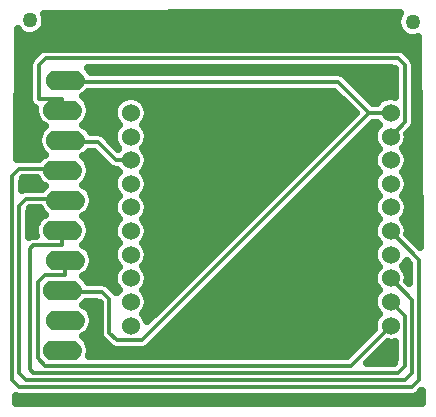
<source format=gbr>
G04 DipTrace 2.4.0.2*
%INTop.gbr*%
%MOMM*%
%ADD13C,0.3*%
%ADD14C,0.635*%
%ADD15C,1.27*%
%ADD17C,1.524*%
%FSLAX53Y53*%
G04*
G71*
G90*
G75*
G01*
%LNTop*%
%LPD*%
X4975Y28475D2*
D13*
Y28332D1*
X28091D1*
X30703Y25720D1*
X11491Y6508D1*
X9303D1*
X8703Y7108D1*
Y9952D1*
X8103Y10552D1*
X4721D1*
Y10695D1*
X32515Y25720D2*
X30703D1*
X4975Y13235D2*
Y11973D1*
X3228D1*
X2628Y11373D1*
Y4937D1*
X3228Y4337D1*
X29132D1*
X32515Y7720D1*
X4721Y15775D2*
Y14514D1*
X2265D1*
X1970Y14218D1*
Y4033D1*
X2265Y3737D1*
X33127D1*
X33727Y4337D1*
Y8508D1*
X32515Y9720D1*
Y11720D2*
X34327Y9908D1*
Y3737D1*
X33727Y3137D1*
X1665D1*
X1065Y3737D1*
Y17858D1*
X1665Y18459D1*
X4975D1*
Y18315D1*
X32515Y15720D2*
X34927Y13308D1*
Y3137D1*
X34327Y2537D1*
X1065D1*
X465Y3137D1*
Y20399D1*
X1065Y20998D1*
X4721D1*
Y20855D1*
Y25935D2*
Y26913D1*
X2701D1*
Y29754D1*
X3301Y30353D1*
X33127D1*
X33727Y29754D1*
Y24933D1*
X32515Y23720D1*
X10515Y21720D2*
X9255D1*
X7723Y23252D1*
X4975D1*
Y23395D1*
X3341Y33521D2*
D14*
X33029D1*
X3152Y32889D2*
X33128D1*
X979Y32257D2*
X1805D1*
X2139D2*
X33714D1*
X969Y31626D2*
X34795D1*
X969Y30994D2*
X2718D1*
X33712D2*
X34805D1*
X969Y30362D2*
X2083D1*
X34347D2*
X34805D1*
X969Y29731D2*
X1815D1*
X34615D2*
X34815D1*
X960Y29099D2*
X1815D1*
X28453D2*
X32841D1*
X34615D2*
X34815D1*
X960Y28467D2*
X1815D1*
X29187D2*
X32841D1*
X34615D2*
X34831D1*
X960Y27836D2*
X1815D1*
X29812D2*
X32841D1*
X34615D2*
X34831D1*
X950Y27204D2*
X1815D1*
X6645D2*
X27989D1*
X30447D2*
X32841D1*
X34615D2*
X34831D1*
X950Y26572D2*
X1884D1*
X6962D2*
X9296D1*
X11735D2*
X28624D1*
X31082D2*
X31291D1*
X34615D2*
X34847D1*
X950Y25941D2*
X2341D1*
X7101D2*
X9038D1*
X11993D2*
X29259D1*
X34615D2*
X34847D1*
X950Y25309D2*
X2470D1*
X6972D2*
X9078D1*
X11953D2*
X29060D1*
X34615D2*
X34847D1*
X940Y24677D2*
X3035D1*
X6625D2*
X9385D1*
X11645D2*
X28435D1*
X30884D2*
X31382D1*
X34575D2*
X34852D1*
X940Y24046D2*
X2738D1*
X8004D2*
X9058D1*
X11973D2*
X27800D1*
X30259D2*
X31055D1*
X34069D2*
X34865D1*
X940Y23414D2*
X2599D1*
X8788D2*
X9058D1*
X11983D2*
X27165D1*
X29624D2*
X31055D1*
X33980D2*
X34875D1*
X930Y22782D2*
X2728D1*
X11665D2*
X26540D1*
X28989D2*
X31362D1*
X33662D2*
X34875D1*
X930Y22151D2*
X3095D1*
X6684D2*
X7599D1*
X11943D2*
X25905D1*
X28364D2*
X31084D1*
X33950D2*
X34884D1*
X6952Y21519D2*
X8234D1*
X12003D2*
X25270D1*
X27729D2*
X31035D1*
X33999D2*
X34884D1*
X7101Y20887D2*
X9286D1*
X11745D2*
X24645D1*
X27094D2*
X31283D1*
X33751D2*
X34894D1*
X6982Y20256D2*
X9117D1*
X11913D2*
X24010D1*
X26469D2*
X31124D1*
X33910D2*
X34894D1*
X1347Y19624D2*
X2986D1*
X6575D2*
X9018D1*
X12013D2*
X23375D1*
X25834D2*
X31025D1*
X34009D2*
X34904D1*
X7200Y18992D2*
X9217D1*
X11814D2*
X22750D1*
X25199D2*
X31213D1*
X33811D2*
X34914D1*
X7359Y18361D2*
X9167D1*
X11864D2*
X22115D1*
X24574D2*
X31164D1*
X33861D2*
X34914D1*
X7240Y17729D2*
X9018D1*
X12013D2*
X21480D1*
X23939D2*
X31015D1*
X34009D2*
X34924D1*
X1952Y17097D2*
X3144D1*
X6734D2*
X9157D1*
X11874D2*
X20855D1*
X23304D2*
X31164D1*
X33870D2*
X34924D1*
X1952Y16466D2*
X2499D1*
X6942D2*
X9226D1*
X11804D2*
X20220D1*
X22679D2*
X31223D1*
X33801D2*
X34934D1*
X1952Y15834D2*
X2341D1*
X7101D2*
X9018D1*
X12013D2*
X19585D1*
X22044D2*
X31025D1*
X34009D2*
X34934D1*
X6992Y15202D2*
X9117D1*
X11913D2*
X18960D1*
X21409D2*
X31114D1*
X34257D2*
X34944D1*
X6526Y14571D2*
X9296D1*
X11735D2*
X18325D1*
X20783D2*
X31293D1*
X7191Y13939D2*
X9038D1*
X11993D2*
X17690D1*
X20148D2*
X31035D1*
X7359Y13307D2*
X9078D1*
X11953D2*
X17065D1*
X19513D2*
X31074D1*
X7250Y12676D2*
X9385D1*
X11645D2*
X16430D1*
X18888D2*
X31382D1*
X33652D2*
X34038D1*
X6774Y12044D2*
X9058D1*
X11973D2*
X15795D1*
X18253D2*
X31055D1*
X6933Y11412D2*
X9048D1*
X11983D2*
X15170D1*
X17618D2*
X31055D1*
X9105Y10781D2*
X9376D1*
X11665D2*
X14535D1*
X16993D2*
X31372D1*
X11943Y10149D2*
X13910D1*
X16358D2*
X31084D1*
X6546Y9517D2*
X7818D1*
X12003D2*
X13275D1*
X15723D2*
X31035D1*
X7181Y8886D2*
X7818D1*
X11745D2*
X12640D1*
X15098D2*
X31283D1*
X7359Y8254D2*
X7818D1*
X14463D2*
X31124D1*
X7260Y7622D2*
X7818D1*
X13828D2*
X31025D1*
X6813Y6991D2*
X7828D1*
X13203D2*
X30558D1*
X6913Y6359D2*
X8224D1*
X12568D2*
X29924D1*
X7101Y5727D2*
X8978D1*
X11814D2*
X29298D1*
X31747D2*
X32841D1*
X31112Y5096D2*
X32841D1*
X841Y1306D2*
X35073D1*
X3239Y33246D2*
X3126Y32950D1*
X2946Y32690D1*
X2708Y32481D1*
X2427Y32335D1*
X2119Y32261D1*
X1802Y32263D1*
X1495Y32342D1*
X1216Y32492D1*
X981Y32704D1*
X920Y32794D1*
X866Y21798D1*
X1065Y21821D1*
X2762D1*
X2992Y22052D1*
X3244Y22199D1*
X3101Y22328D1*
X2916Y22548D1*
X2799Y22750D1*
X2700Y23020D1*
X2659Y23250D1*
Y23538D1*
X2699Y23768D1*
X2797Y24038D1*
X2914Y24241D1*
X3099Y24461D1*
X3246Y24592D1*
X3026Y24718D1*
X2847Y24868D1*
X2662Y25088D1*
X2545Y25290D1*
X2446Y25560D1*
X2405Y25790D1*
X2407Y26122D1*
X2127Y26324D1*
X1947Y26583D1*
X1878Y26913D1*
Y29754D1*
X1938Y30063D1*
X2119Y30335D1*
X2719Y30935D1*
X2980Y31112D1*
X3301Y31176D1*
X33127D1*
X33437Y31116D1*
X33709Y30935D1*
X34309Y30335D1*
X34485Y30074D1*
X34550Y29754D1*
Y24933D1*
X34490Y24623D1*
X34309Y24351D1*
X33923Y23965D1*
X33950Y23720D1*
X33915Y23406D1*
X33812Y23106D1*
X33645Y22836D1*
X33541Y22730D1*
X33753Y22446D1*
X33882Y22157D1*
X33950Y21720D1*
X33915Y21406D1*
X33812Y21106D1*
X33645Y20836D1*
X33541Y20730D1*
X33753Y20446D1*
X33882Y20157D1*
X33950Y19720D1*
X33915Y19406D1*
X33812Y19106D1*
X33645Y18836D1*
X33541Y18730D1*
X33753Y18446D1*
X33882Y18157D1*
X33950Y17720D1*
X33915Y17406D1*
X33812Y17106D1*
X33645Y16836D1*
X33541Y16730D1*
X33753Y16446D1*
X33882Y16157D1*
X33950Y15720D1*
X33923Y15474D1*
X35012Y14387D1*
X34851Y32184D1*
X34543Y32110D1*
X34226Y32112D1*
X33919Y32190D1*
X33640Y32340D1*
X33406Y32553D1*
X33229Y32815D1*
X33120Y33113D1*
X33086Y33428D1*
X33129Y33742D1*
X33246Y34036D1*
X33332Y34157D1*
X24039Y34152D1*
X3143Y34138D1*
X3248Y33839D1*
X3278Y33561D1*
X3239Y33246D1*
X11915Y25406D2*
X11812Y25106D1*
X11645Y24836D1*
X11541Y24730D1*
X11753Y24446D1*
X11882Y24157D1*
X11950Y23720D1*
X11915Y23406D1*
X11812Y23106D1*
X11645Y22836D1*
X11541Y22730D1*
X11753Y22446D1*
X11882Y22157D1*
X11950Y21720D1*
X11915Y21406D1*
X11812Y21106D1*
X11645Y20836D1*
X11541Y20730D1*
X11753Y20446D1*
X11882Y20157D1*
X11950Y19720D1*
X11915Y19406D1*
X11812Y19106D1*
X11645Y18836D1*
X11541Y18730D1*
X11753Y18446D1*
X11882Y18157D1*
X11950Y17720D1*
X11915Y17406D1*
X11812Y17106D1*
X11645Y16836D1*
X11541Y16730D1*
X11753Y16446D1*
X11882Y16157D1*
X11950Y15720D1*
X11915Y15406D1*
X11812Y15106D1*
X11645Y14836D1*
X11541Y14730D1*
X11753Y14446D1*
X11882Y14157D1*
X11950Y13720D1*
X11915Y13406D1*
X11812Y13106D1*
X11645Y12836D1*
X11541Y12730D1*
X11753Y12446D1*
X11882Y12157D1*
X11950Y11720D1*
X11915Y11406D1*
X11812Y11106D1*
X11645Y10836D1*
X11541Y10730D1*
X11753Y10446D1*
X11882Y10157D1*
X11950Y9720D1*
X11915Y9406D1*
X11812Y9106D1*
X11645Y8836D1*
X11541Y8730D1*
X11753Y8446D1*
X11900Y8069D1*
X13379Y9560D1*
X29536Y25717D1*
X27757Y27503D1*
X22694Y27509D1*
X6928D1*
X6852Y27409D1*
X6673Y27259D1*
X6453Y27132D1*
X6596Y27003D1*
X6781Y26783D1*
X6898Y26581D1*
X6997Y26311D1*
X7038Y26081D1*
Y25793D1*
X6998Y25563D1*
X6900Y25292D1*
X6783Y25090D1*
X6598Y24869D1*
X6451Y24739D1*
X6671Y24613D1*
X6850Y24463D1*
X7035Y24243D1*
X7138Y24075D1*
X7723D1*
X8032Y24015D1*
X8305Y23834D1*
X9448Y22691D1*
X9425Y22788D1*
X9247Y23050D1*
X9130Y23345D1*
X9082Y23658D1*
X9103Y23974D1*
X9193Y24278D1*
X9347Y24554D1*
X9486Y24709D1*
X9247Y25050D1*
X9130Y25345D1*
X9082Y25658D1*
X9103Y25974D1*
X9193Y26278D1*
X9347Y26554D1*
X9559Y26790D1*
X9817Y26974D1*
X10109Y27097D1*
X10421Y27152D1*
X10737Y27138D1*
X11043Y27055D1*
X11323Y26906D1*
X11564Y26700D1*
X11753Y26446D1*
X11882Y26157D1*
X11950Y25720D1*
X11915Y25406D1*
X9490Y20727D2*
X9352Y20894D1*
X8945Y20958D1*
X8673Y21139D1*
X7375Y22437D1*
X6939Y22429D1*
X6705Y22199D1*
X6453Y22052D1*
X6596Y21923D1*
X6781Y21703D1*
X6898Y21501D1*
X6997Y21231D1*
X7038Y21001D1*
Y20713D1*
X6998Y20483D1*
X6900Y20212D1*
X6783Y20010D1*
X6598Y19790D1*
X6451Y19659D1*
X6671Y19533D1*
X6850Y19383D1*
X7035Y19163D1*
X7152Y18961D1*
X7251Y18691D1*
X7292Y18461D1*
Y18173D1*
X7252Y17943D1*
X7154Y17672D1*
X7037Y17470D1*
X6852Y17250D1*
X6673Y17099D1*
X6453Y16972D1*
X6596Y16843D1*
X6781Y16623D1*
X6898Y16421D1*
X6997Y16151D1*
X7038Y15921D1*
Y15633D1*
X6998Y15403D1*
X6900Y15132D1*
X6783Y14930D1*
X6598Y14710D1*
X6451Y14579D1*
X6671Y14453D1*
X6850Y14303D1*
X7035Y14083D1*
X7152Y13881D1*
X7251Y13611D1*
X7292Y13381D1*
Y13093D1*
X7252Y12863D1*
X7154Y12592D1*
X7037Y12390D1*
X6852Y12169D1*
X6673Y12019D1*
X6453Y11892D1*
X6596Y11763D1*
X6781Y11543D1*
X6884Y11375D1*
X8103D1*
X8413Y11315D1*
X8685Y11134D1*
X9290Y10526D1*
X9347Y10554D1*
X9486Y10709D1*
X9247Y11050D1*
X9130Y11345D1*
X9082Y11658D1*
X9103Y11974D1*
X9193Y12278D1*
X9347Y12554D1*
X9486Y12709D1*
X9247Y13050D1*
X9130Y13345D1*
X9082Y13658D1*
X9103Y13974D1*
X9193Y14278D1*
X9347Y14554D1*
X9486Y14709D1*
X9247Y15050D1*
X9130Y15345D1*
X9082Y15658D1*
X9103Y15974D1*
X9193Y16278D1*
X9347Y16554D1*
X9486Y16709D1*
X9247Y17050D1*
X9130Y17345D1*
X9082Y17658D1*
X9103Y17974D1*
X9193Y18278D1*
X9347Y18554D1*
X9486Y18709D1*
X9247Y19050D1*
X9130Y19345D1*
X9082Y19658D1*
X9103Y19974D1*
X9193Y20278D1*
X9347Y20554D1*
X9486Y20709D1*
X31490Y24727D2*
X31352Y24894D1*
X31037Y24898D1*
X23876Y17730D1*
X12073Y5926D1*
X11811Y5750D1*
X11491Y5686D1*
X9303D1*
X8993Y5746D1*
X8721Y5926D1*
X8121Y6527D1*
X7945Y6788D1*
X7880Y7108D1*
Y9619D1*
X7468Y9729D1*
X6684D1*
X6451Y9499D1*
X6671Y9373D1*
X6850Y9223D1*
X7035Y9003D1*
X7152Y8801D1*
X7251Y8531D1*
X7292Y8301D1*
Y8013D1*
X7252Y7783D1*
X7154Y7512D1*
X7037Y7310D1*
X6852Y7090D1*
X6673Y6939D1*
X6453Y6812D1*
X6596Y6683D1*
X6781Y6463D1*
X6898Y6261D1*
X6997Y5991D1*
X7038Y5761D1*
Y5473D1*
X6998Y5243D1*
X6967Y5158D1*
X28796Y5160D1*
X31097Y7466D1*
X31082Y7658D1*
X31103Y7974D1*
X31193Y8278D1*
X31347Y8554D1*
X31486Y8709D1*
X31247Y9050D1*
X31130Y9345D1*
X31082Y9658D1*
X31103Y9974D1*
X31193Y10278D1*
X31347Y10554D1*
X31486Y10709D1*
X31247Y11050D1*
X31130Y11345D1*
X31082Y11658D1*
X31103Y11974D1*
X31193Y12278D1*
X31347Y12554D1*
X31486Y12709D1*
X31247Y13050D1*
X31130Y13345D1*
X31082Y13658D1*
X31103Y13974D1*
X31193Y14278D1*
X31347Y14554D1*
X31486Y14709D1*
X31247Y15050D1*
X31130Y15345D1*
X31082Y15658D1*
X31103Y15974D1*
X31193Y16278D1*
X31347Y16554D1*
X31486Y16709D1*
X31247Y17050D1*
X31130Y17345D1*
X31082Y17658D1*
X31103Y17974D1*
X31193Y18278D1*
X31347Y18554D1*
X31486Y18709D1*
X31247Y19050D1*
X31130Y19345D1*
X31082Y19658D1*
X31103Y19974D1*
X31193Y20278D1*
X31347Y20554D1*
X31486Y20709D1*
X31247Y21050D1*
X31130Y21345D1*
X31082Y21658D1*
X31103Y21974D1*
X31193Y22278D1*
X31347Y22554D1*
X31486Y22709D1*
X31247Y23050D1*
X31130Y23345D1*
X31082Y23658D1*
X31103Y23974D1*
X31193Y24278D1*
X31347Y24554D1*
X31486Y24709D1*
X31343Y26546D2*
X31559Y26790D1*
X31817Y26974D1*
X32109Y27097D1*
X32421Y27152D1*
X32737Y27138D1*
X32900Y27094D1*
X32904Y29407D1*
X32492Y29531D1*
X6864D1*
X7136Y29161D1*
X8468Y29155D1*
X28091D1*
X28401Y29095D1*
X28673Y28914D1*
X31037Y26550D1*
X31348Y26543D1*
X33854Y13228D2*
X33812Y13106D1*
X33645Y12836D1*
X33541Y12730D1*
X33753Y12446D1*
X33882Y12157D1*
X33950Y11720D1*
X33923Y11474D1*
X34100Y11299D1*
X34104Y12970D1*
X33861Y13211D1*
X32907Y6345D2*
X32547Y6286D1*
X32261Y6311D1*
X30522Y4564D1*
X32795Y4560D1*
X32904Y4972D1*
Y6332D1*
X2405Y15822D2*
X2434Y16113D1*
X2543Y16418D1*
X2660Y16621D1*
X2845Y16841D1*
X3024Y16992D1*
X3244Y17119D1*
X3101Y17248D1*
X2916Y17468D1*
X2813Y17636D1*
X2009D1*
X1888Y17223D1*
Y15249D1*
X2220Y15335D1*
X2474Y15336D1*
X2407Y15593D1*
X2405Y15822D1*
X3018Y19285D2*
X3246Y19512D1*
X3026Y19638D1*
X2847Y19788D1*
X2662Y20008D1*
X2559Y20176D1*
X1398D1*
X1288Y19764D1*
Y19198D1*
X1665Y19281D1*
X3025D1*
X3129Y19413D1*
X2993Y19658D1*
X2850Y19784D1*
X35123Y2170D2*
X34909Y1956D1*
X34647Y1779D1*
X34327Y1715D1*
X1056Y1716D1*
X776Y1766D1*
X773Y1141D1*
X2995Y1151D1*
X35131D1*
X35125Y2170D1*
D15*
X1970Y33561D3*
X34394Y33409D3*
D17*
X10515Y25720D3*
Y23720D3*
Y21720D3*
Y19720D3*
Y17720D3*
Y15720D3*
Y13720D3*
Y11720D3*
Y9720D3*
Y7720D3*
X32515Y25720D3*
Y23720D3*
Y21720D3*
Y19720D3*
Y17720D3*
Y15720D3*
Y13720D3*
Y11720D3*
Y9720D3*
Y7720D3*
G36*
X3894Y4787D2*
X3611Y4837D1*
X3362Y4981D1*
X3177Y5201D1*
X3078Y5471D1*
Y5759D1*
X3176Y6029D1*
X3361Y6249D1*
X3610Y6393D1*
X3893Y6444D1*
X5549D1*
X5832Y6394D1*
X6081Y6250D1*
X6266Y6030D1*
X6365Y5760D1*
Y5472D1*
X6267Y5202D1*
X6082Y4982D1*
X5833Y4838D1*
X5550Y4787D1*
X3894D1*
G37*
G36*
X4148Y7327D2*
X3865Y7377D1*
X3616Y7521D1*
X3431Y7741D1*
X3332Y8011D1*
Y8299D1*
X3430Y8569D1*
X3615Y8789D1*
X3864Y8933D1*
X4147Y8983D1*
X5803D1*
X6086Y8934D1*
X6335Y8790D1*
X6520Y8570D1*
X6619Y8300D1*
Y8012D1*
X6521Y7742D1*
X6336Y7522D1*
X6087Y7378D1*
X5804Y7327D1*
X4148D1*
G37*
G36*
X3894Y9867D2*
X3611Y9917D1*
X3362Y10061D1*
X3177Y10281D1*
X3078Y10551D1*
Y10839D1*
X3176Y11109D1*
X3361Y11329D1*
X3610Y11473D1*
X3893Y11524D1*
X5549D1*
X5832Y11474D1*
X6081Y11330D1*
X6266Y11110D1*
X6365Y10840D1*
Y10552D1*
X6267Y10282D1*
X6082Y10062D1*
X5833Y9918D1*
X5550Y9867D1*
X3894D1*
G37*
G36*
X4148Y12407D2*
X3865Y12457D1*
X3616Y12601D1*
X3431Y12821D1*
X3332Y13091D1*
Y13379D1*
X3430Y13649D1*
X3615Y13869D1*
X3864Y14013D1*
X4147Y14063D1*
X5803D1*
X6086Y14014D1*
X6335Y13870D1*
X6520Y13650D1*
X6619Y13380D1*
Y13092D1*
X6521Y12822D1*
X6336Y12602D1*
X6087Y12458D1*
X5804Y12407D1*
X4148D1*
G37*
G36*
X3894Y14947D2*
X3611Y14997D1*
X3362Y15141D1*
X3177Y15361D1*
X3078Y15631D1*
Y15919D1*
X3176Y16189D1*
X3361Y16409D1*
X3610Y16553D1*
X3893Y16604D1*
X5549D1*
X5832Y16554D1*
X6081Y16410D1*
X6266Y16190D1*
X6365Y15920D1*
Y15632D1*
X6267Y15362D1*
X6082Y15142D1*
X5833Y14998D1*
X5550Y14947D1*
X3894D1*
G37*
G36*
X4148Y17487D2*
X3865Y17537D1*
X3616Y17681D1*
X3431Y17901D1*
X3332Y18171D1*
Y18459D1*
X3430Y18729D1*
X3615Y18949D1*
X3864Y19093D1*
X4147Y19143D1*
X5803D1*
X6086Y19094D1*
X6335Y18950D1*
X6520Y18730D1*
X6619Y18460D1*
Y18172D1*
X6521Y17902D1*
X6336Y17682D1*
X6087Y17538D1*
X5804Y17487D1*
X4148D1*
G37*
G36*
X3894Y20027D2*
X3611Y20077D1*
X3362Y20221D1*
X3177Y20441D1*
X3078Y20711D1*
Y20999D1*
X3176Y21269D1*
X3361Y21489D1*
X3610Y21633D1*
X3893Y21683D1*
X5549D1*
X5832Y21634D1*
X6081Y21490D1*
X6266Y21270D1*
X6365Y21000D1*
Y20712D1*
X6267Y20442D1*
X6082Y20222D1*
X5833Y20078D1*
X5550Y20027D1*
X3894D1*
G37*
G36*
X4148Y22567D2*
X3865Y22617D1*
X3616Y22761D1*
X3431Y22981D1*
X3332Y23251D1*
Y23539D1*
X3430Y23809D1*
X3615Y24029D1*
X3864Y24173D1*
X4147Y24223D1*
X5803D1*
X6086Y24174D1*
X6335Y24030D1*
X6520Y23810D1*
X6619Y23540D1*
Y23252D1*
X6521Y22982D1*
X6336Y22762D1*
X6087Y22618D1*
X5804Y22567D1*
X4148D1*
G37*
G36*
X3894Y25107D2*
X3611Y25157D1*
X3362Y25301D1*
X3177Y25521D1*
X3078Y25791D1*
Y26079D1*
X3176Y26349D1*
X3361Y26569D1*
X3610Y26713D1*
X3893Y26763D1*
X5549D1*
X5832Y26714D1*
X6081Y26570D1*
X6266Y26350D1*
X6365Y26080D1*
Y25792D1*
X6267Y25522D1*
X6082Y25302D1*
X5833Y25158D1*
X5550Y25107D1*
X3894D1*
G37*
G36*
X4148Y27647D2*
X3865Y27697D1*
X3616Y27841D1*
X3431Y28061D1*
X3332Y28331D1*
Y28619D1*
X3430Y28889D1*
X3615Y29109D1*
X3864Y29253D1*
X4147Y29303D1*
X5803D1*
X6086Y29254D1*
X6335Y29110D1*
X6520Y28890D1*
X6619Y28620D1*
Y28332D1*
X6521Y28062D1*
X6336Y27842D1*
X6087Y27698D1*
X5804Y27647D1*
X4148D1*
G37*
M02*

</source>
